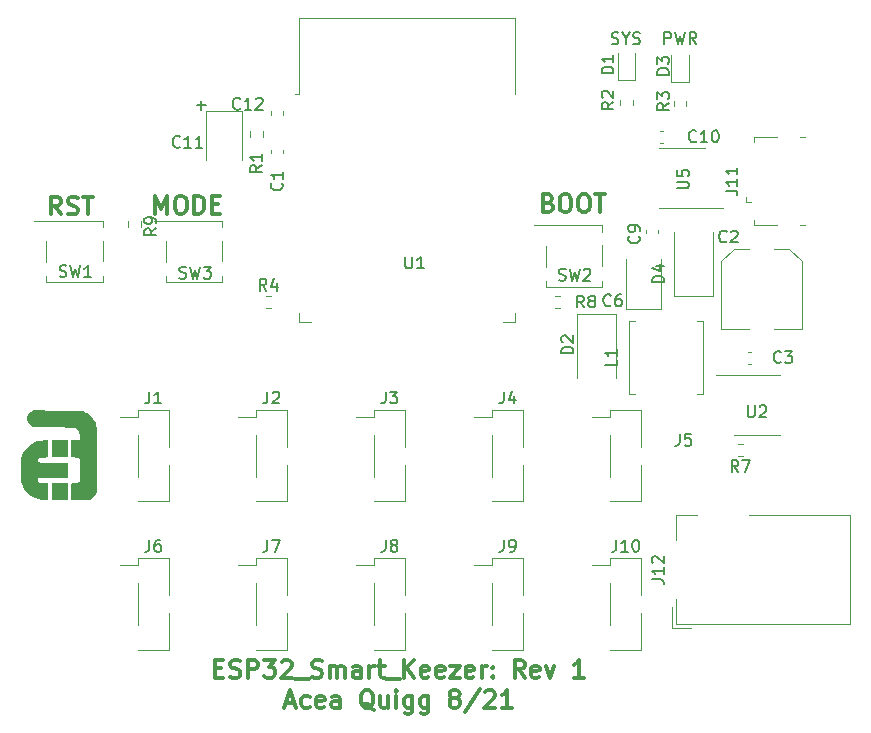
<source format=gbr>
G04 #@! TF.GenerationSoftware,KiCad,Pcbnew,(5.1.10-1-10_14)*
G04 #@! TF.CreationDate,2021-09-22T09:52:58+10:00*
G04 #@! TF.ProjectId,esp32_smart_keezer,65737033-325f-4736-9d61-72745f6b6565,1*
G04 #@! TF.SameCoordinates,Original*
G04 #@! TF.FileFunction,Legend,Top*
G04 #@! TF.FilePolarity,Positive*
%FSLAX46Y46*%
G04 Gerber Fmt 4.6, Leading zero omitted, Abs format (unit mm)*
G04 Created by KiCad (PCBNEW (5.1.10-1-10_14)) date 2021-09-22 09:52:58*
%MOMM*%
%LPD*%
G01*
G04 APERTURE LIST*
%ADD10C,0.200000*%
%ADD11C,0.300000*%
%ADD12C,0.150000*%
%ADD13C,0.010000*%
%ADD14C,0.120000*%
G04 APERTURE END LIST*
D10*
X158959523Y-76754761D02*
X159102380Y-76802380D01*
X159340476Y-76802380D01*
X159435714Y-76754761D01*
X159483333Y-76707142D01*
X159530952Y-76611904D01*
X159530952Y-76516666D01*
X159483333Y-76421428D01*
X159435714Y-76373809D01*
X159340476Y-76326190D01*
X159150000Y-76278571D01*
X159054761Y-76230952D01*
X159007142Y-76183333D01*
X158959523Y-76088095D01*
X158959523Y-75992857D01*
X159007142Y-75897619D01*
X159054761Y-75850000D01*
X159150000Y-75802380D01*
X159388095Y-75802380D01*
X159530952Y-75850000D01*
X160150000Y-76326190D02*
X160150000Y-76802380D01*
X159816666Y-75802380D02*
X160150000Y-76326190D01*
X160483333Y-75802380D01*
X160769047Y-76754761D02*
X160911904Y-76802380D01*
X161150000Y-76802380D01*
X161245238Y-76754761D01*
X161292857Y-76707142D01*
X161340476Y-76611904D01*
X161340476Y-76516666D01*
X161292857Y-76421428D01*
X161245238Y-76373809D01*
X161150000Y-76326190D01*
X160959523Y-76278571D01*
X160864285Y-76230952D01*
X160816666Y-76183333D01*
X160769047Y-76088095D01*
X160769047Y-75992857D01*
X160816666Y-75897619D01*
X160864285Y-75850000D01*
X160959523Y-75802380D01*
X161197619Y-75802380D01*
X161340476Y-75850000D01*
X163416666Y-76802380D02*
X163416666Y-75802380D01*
X163797619Y-75802380D01*
X163892857Y-75850000D01*
X163940476Y-75897619D01*
X163988095Y-75992857D01*
X163988095Y-76135714D01*
X163940476Y-76230952D01*
X163892857Y-76278571D01*
X163797619Y-76326190D01*
X163416666Y-76326190D01*
X164321428Y-75802380D02*
X164559523Y-76802380D01*
X164750000Y-76088095D01*
X164940476Y-76802380D01*
X165178571Y-75802380D01*
X166130952Y-76802380D02*
X165797619Y-76326190D01*
X165559523Y-76802380D02*
X165559523Y-75802380D01*
X165940476Y-75802380D01*
X166035714Y-75850000D01*
X166083333Y-75897619D01*
X166130952Y-75992857D01*
X166130952Y-76135714D01*
X166083333Y-76230952D01*
X166035714Y-76278571D01*
X165940476Y-76326190D01*
X165559523Y-76326190D01*
D11*
X125378571Y-129667857D02*
X125878571Y-129667857D01*
X126092857Y-130453571D02*
X125378571Y-130453571D01*
X125378571Y-128953571D01*
X126092857Y-128953571D01*
X126664285Y-130382142D02*
X126878571Y-130453571D01*
X127235714Y-130453571D01*
X127378571Y-130382142D01*
X127450000Y-130310714D01*
X127521428Y-130167857D01*
X127521428Y-130025000D01*
X127450000Y-129882142D01*
X127378571Y-129810714D01*
X127235714Y-129739285D01*
X126950000Y-129667857D01*
X126807142Y-129596428D01*
X126735714Y-129525000D01*
X126664285Y-129382142D01*
X126664285Y-129239285D01*
X126735714Y-129096428D01*
X126807142Y-129025000D01*
X126950000Y-128953571D01*
X127307142Y-128953571D01*
X127521428Y-129025000D01*
X128164285Y-130453571D02*
X128164285Y-128953571D01*
X128735714Y-128953571D01*
X128878571Y-129025000D01*
X128950000Y-129096428D01*
X129021428Y-129239285D01*
X129021428Y-129453571D01*
X128950000Y-129596428D01*
X128878571Y-129667857D01*
X128735714Y-129739285D01*
X128164285Y-129739285D01*
X129521428Y-128953571D02*
X130450000Y-128953571D01*
X129950000Y-129525000D01*
X130164285Y-129525000D01*
X130307142Y-129596428D01*
X130378571Y-129667857D01*
X130450000Y-129810714D01*
X130450000Y-130167857D01*
X130378571Y-130310714D01*
X130307142Y-130382142D01*
X130164285Y-130453571D01*
X129735714Y-130453571D01*
X129592857Y-130382142D01*
X129521428Y-130310714D01*
X131021428Y-129096428D02*
X131092857Y-129025000D01*
X131235714Y-128953571D01*
X131592857Y-128953571D01*
X131735714Y-129025000D01*
X131807142Y-129096428D01*
X131878571Y-129239285D01*
X131878571Y-129382142D01*
X131807142Y-129596428D01*
X130950000Y-130453571D01*
X131878571Y-130453571D01*
X132164285Y-130596428D02*
X133307142Y-130596428D01*
X133592857Y-130382142D02*
X133807142Y-130453571D01*
X134164285Y-130453571D01*
X134307142Y-130382142D01*
X134378571Y-130310714D01*
X134450000Y-130167857D01*
X134450000Y-130025000D01*
X134378571Y-129882142D01*
X134307142Y-129810714D01*
X134164285Y-129739285D01*
X133878571Y-129667857D01*
X133735714Y-129596428D01*
X133664285Y-129525000D01*
X133592857Y-129382142D01*
X133592857Y-129239285D01*
X133664285Y-129096428D01*
X133735714Y-129025000D01*
X133878571Y-128953571D01*
X134235714Y-128953571D01*
X134450000Y-129025000D01*
X135092857Y-130453571D02*
X135092857Y-129453571D01*
X135092857Y-129596428D02*
X135164285Y-129525000D01*
X135307142Y-129453571D01*
X135521428Y-129453571D01*
X135664285Y-129525000D01*
X135735714Y-129667857D01*
X135735714Y-130453571D01*
X135735714Y-129667857D02*
X135807142Y-129525000D01*
X135950000Y-129453571D01*
X136164285Y-129453571D01*
X136307142Y-129525000D01*
X136378571Y-129667857D01*
X136378571Y-130453571D01*
X137735714Y-130453571D02*
X137735714Y-129667857D01*
X137664285Y-129525000D01*
X137521428Y-129453571D01*
X137235714Y-129453571D01*
X137092857Y-129525000D01*
X137735714Y-130382142D02*
X137592857Y-130453571D01*
X137235714Y-130453571D01*
X137092857Y-130382142D01*
X137021428Y-130239285D01*
X137021428Y-130096428D01*
X137092857Y-129953571D01*
X137235714Y-129882142D01*
X137592857Y-129882142D01*
X137735714Y-129810714D01*
X138450000Y-130453571D02*
X138450000Y-129453571D01*
X138450000Y-129739285D02*
X138521428Y-129596428D01*
X138592857Y-129525000D01*
X138735714Y-129453571D01*
X138878571Y-129453571D01*
X139164285Y-129453571D02*
X139735714Y-129453571D01*
X139378571Y-128953571D02*
X139378571Y-130239285D01*
X139450000Y-130382142D01*
X139592857Y-130453571D01*
X139735714Y-130453571D01*
X139878571Y-130596428D02*
X141021428Y-130596428D01*
X141378571Y-130453571D02*
X141378571Y-128953571D01*
X142235714Y-130453571D02*
X141592857Y-129596428D01*
X142235714Y-128953571D02*
X141378571Y-129810714D01*
X143450000Y-130382142D02*
X143307142Y-130453571D01*
X143021428Y-130453571D01*
X142878571Y-130382142D01*
X142807142Y-130239285D01*
X142807142Y-129667857D01*
X142878571Y-129525000D01*
X143021428Y-129453571D01*
X143307142Y-129453571D01*
X143450000Y-129525000D01*
X143521428Y-129667857D01*
X143521428Y-129810714D01*
X142807142Y-129953571D01*
X144735714Y-130382142D02*
X144592857Y-130453571D01*
X144307142Y-130453571D01*
X144164285Y-130382142D01*
X144092857Y-130239285D01*
X144092857Y-129667857D01*
X144164285Y-129525000D01*
X144307142Y-129453571D01*
X144592857Y-129453571D01*
X144735714Y-129525000D01*
X144807142Y-129667857D01*
X144807142Y-129810714D01*
X144092857Y-129953571D01*
X145307142Y-129453571D02*
X146092857Y-129453571D01*
X145307142Y-130453571D01*
X146092857Y-130453571D01*
X147235714Y-130382142D02*
X147092857Y-130453571D01*
X146807142Y-130453571D01*
X146664285Y-130382142D01*
X146592857Y-130239285D01*
X146592857Y-129667857D01*
X146664285Y-129525000D01*
X146807142Y-129453571D01*
X147092857Y-129453571D01*
X147235714Y-129525000D01*
X147307142Y-129667857D01*
X147307142Y-129810714D01*
X146592857Y-129953571D01*
X147950000Y-130453571D02*
X147950000Y-129453571D01*
X147950000Y-129739285D02*
X148021428Y-129596428D01*
X148092857Y-129525000D01*
X148235714Y-129453571D01*
X148378571Y-129453571D01*
X148878571Y-130310714D02*
X148950000Y-130382142D01*
X148878571Y-130453571D01*
X148807142Y-130382142D01*
X148878571Y-130310714D01*
X148878571Y-130453571D01*
X148878571Y-129525000D02*
X148950000Y-129596428D01*
X148878571Y-129667857D01*
X148807142Y-129596428D01*
X148878571Y-129525000D01*
X148878571Y-129667857D01*
X151592857Y-130453571D02*
X151092857Y-129739285D01*
X150735714Y-130453571D02*
X150735714Y-128953571D01*
X151307142Y-128953571D01*
X151450000Y-129025000D01*
X151521428Y-129096428D01*
X151592857Y-129239285D01*
X151592857Y-129453571D01*
X151521428Y-129596428D01*
X151450000Y-129667857D01*
X151307142Y-129739285D01*
X150735714Y-129739285D01*
X152807142Y-130382142D02*
X152664285Y-130453571D01*
X152378571Y-130453571D01*
X152235714Y-130382142D01*
X152164285Y-130239285D01*
X152164285Y-129667857D01*
X152235714Y-129525000D01*
X152378571Y-129453571D01*
X152664285Y-129453571D01*
X152807142Y-129525000D01*
X152878571Y-129667857D01*
X152878571Y-129810714D01*
X152164285Y-129953571D01*
X153378571Y-129453571D02*
X153735714Y-130453571D01*
X154092857Y-129453571D01*
X156592857Y-130453571D02*
X155735714Y-130453571D01*
X156164285Y-130453571D02*
X156164285Y-128953571D01*
X156021428Y-129167857D01*
X155878571Y-129310714D01*
X155735714Y-129382142D01*
X131378571Y-132575000D02*
X132092857Y-132575000D01*
X131235714Y-133003571D02*
X131735714Y-131503571D01*
X132235714Y-133003571D01*
X133378571Y-132932142D02*
X133235714Y-133003571D01*
X132950000Y-133003571D01*
X132807142Y-132932142D01*
X132735714Y-132860714D01*
X132664285Y-132717857D01*
X132664285Y-132289285D01*
X132735714Y-132146428D01*
X132807142Y-132075000D01*
X132950000Y-132003571D01*
X133235714Y-132003571D01*
X133378571Y-132075000D01*
X134592857Y-132932142D02*
X134450000Y-133003571D01*
X134164285Y-133003571D01*
X134021428Y-132932142D01*
X133950000Y-132789285D01*
X133950000Y-132217857D01*
X134021428Y-132075000D01*
X134164285Y-132003571D01*
X134450000Y-132003571D01*
X134592857Y-132075000D01*
X134664285Y-132217857D01*
X134664285Y-132360714D01*
X133950000Y-132503571D01*
X135950000Y-133003571D02*
X135950000Y-132217857D01*
X135878571Y-132075000D01*
X135735714Y-132003571D01*
X135450000Y-132003571D01*
X135307142Y-132075000D01*
X135950000Y-132932142D02*
X135807142Y-133003571D01*
X135450000Y-133003571D01*
X135307142Y-132932142D01*
X135235714Y-132789285D01*
X135235714Y-132646428D01*
X135307142Y-132503571D01*
X135450000Y-132432142D01*
X135807142Y-132432142D01*
X135950000Y-132360714D01*
X138807142Y-133146428D02*
X138664285Y-133075000D01*
X138521428Y-132932142D01*
X138307142Y-132717857D01*
X138164285Y-132646428D01*
X138021428Y-132646428D01*
X138092857Y-133003571D02*
X137950000Y-132932142D01*
X137807142Y-132789285D01*
X137735714Y-132503571D01*
X137735714Y-132003571D01*
X137807142Y-131717857D01*
X137950000Y-131575000D01*
X138092857Y-131503571D01*
X138378571Y-131503571D01*
X138521428Y-131575000D01*
X138664285Y-131717857D01*
X138735714Y-132003571D01*
X138735714Y-132503571D01*
X138664285Y-132789285D01*
X138521428Y-132932142D01*
X138378571Y-133003571D01*
X138092857Y-133003571D01*
X140021428Y-132003571D02*
X140021428Y-133003571D01*
X139378571Y-132003571D02*
X139378571Y-132789285D01*
X139450000Y-132932142D01*
X139592857Y-133003571D01*
X139807142Y-133003571D01*
X139950000Y-132932142D01*
X140021428Y-132860714D01*
X140735714Y-133003571D02*
X140735714Y-132003571D01*
X140735714Y-131503571D02*
X140664285Y-131575000D01*
X140735714Y-131646428D01*
X140807142Y-131575000D01*
X140735714Y-131503571D01*
X140735714Y-131646428D01*
X142092857Y-132003571D02*
X142092857Y-133217857D01*
X142021428Y-133360714D01*
X141950000Y-133432142D01*
X141807142Y-133503571D01*
X141592857Y-133503571D01*
X141450000Y-133432142D01*
X142092857Y-132932142D02*
X141950000Y-133003571D01*
X141664285Y-133003571D01*
X141521428Y-132932142D01*
X141450000Y-132860714D01*
X141378571Y-132717857D01*
X141378571Y-132289285D01*
X141450000Y-132146428D01*
X141521428Y-132075000D01*
X141664285Y-132003571D01*
X141950000Y-132003571D01*
X142092857Y-132075000D01*
X143450000Y-132003571D02*
X143450000Y-133217857D01*
X143378571Y-133360714D01*
X143307142Y-133432142D01*
X143164285Y-133503571D01*
X142950000Y-133503571D01*
X142807142Y-133432142D01*
X143450000Y-132932142D02*
X143307142Y-133003571D01*
X143021428Y-133003571D01*
X142878571Y-132932142D01*
X142807142Y-132860714D01*
X142735714Y-132717857D01*
X142735714Y-132289285D01*
X142807142Y-132146428D01*
X142878571Y-132075000D01*
X143021428Y-132003571D01*
X143307142Y-132003571D01*
X143450000Y-132075000D01*
X145521428Y-132146428D02*
X145378571Y-132075000D01*
X145307142Y-132003571D01*
X145235714Y-131860714D01*
X145235714Y-131789285D01*
X145307142Y-131646428D01*
X145378571Y-131575000D01*
X145521428Y-131503571D01*
X145807142Y-131503571D01*
X145950000Y-131575000D01*
X146021428Y-131646428D01*
X146092857Y-131789285D01*
X146092857Y-131860714D01*
X146021428Y-132003571D01*
X145950000Y-132075000D01*
X145807142Y-132146428D01*
X145521428Y-132146428D01*
X145378571Y-132217857D01*
X145307142Y-132289285D01*
X145235714Y-132432142D01*
X145235714Y-132717857D01*
X145307142Y-132860714D01*
X145378571Y-132932142D01*
X145521428Y-133003571D01*
X145807142Y-133003571D01*
X145950000Y-132932142D01*
X146021428Y-132860714D01*
X146092857Y-132717857D01*
X146092857Y-132432142D01*
X146021428Y-132289285D01*
X145950000Y-132217857D01*
X145807142Y-132146428D01*
X147807142Y-131432142D02*
X146521428Y-133360714D01*
X148235714Y-131646428D02*
X148307142Y-131575000D01*
X148450000Y-131503571D01*
X148807142Y-131503571D01*
X148950000Y-131575000D01*
X149021428Y-131646428D01*
X149092857Y-131789285D01*
X149092857Y-131932142D01*
X149021428Y-132146428D01*
X148164285Y-133003571D01*
X149092857Y-133003571D01*
X150521428Y-133003571D02*
X149664285Y-133003571D01*
X150092857Y-133003571D02*
X150092857Y-131503571D01*
X149950000Y-131717857D01*
X149807142Y-131860714D01*
X149664285Y-131932142D01*
X120335714Y-91153571D02*
X120335714Y-89653571D01*
X120835714Y-90725000D01*
X121335714Y-89653571D01*
X121335714Y-91153571D01*
X122335714Y-89653571D02*
X122621428Y-89653571D01*
X122764285Y-89725000D01*
X122907142Y-89867857D01*
X122978571Y-90153571D01*
X122978571Y-90653571D01*
X122907142Y-90939285D01*
X122764285Y-91082142D01*
X122621428Y-91153571D01*
X122335714Y-91153571D01*
X122192857Y-91082142D01*
X122050000Y-90939285D01*
X121978571Y-90653571D01*
X121978571Y-90153571D01*
X122050000Y-89867857D01*
X122192857Y-89725000D01*
X122335714Y-89653571D01*
X123621428Y-91153571D02*
X123621428Y-89653571D01*
X123978571Y-89653571D01*
X124192857Y-89725000D01*
X124335714Y-89867857D01*
X124407142Y-90010714D01*
X124478571Y-90296428D01*
X124478571Y-90510714D01*
X124407142Y-90796428D01*
X124335714Y-90939285D01*
X124192857Y-91082142D01*
X123978571Y-91153571D01*
X123621428Y-91153571D01*
X125121428Y-90367857D02*
X125621428Y-90367857D01*
X125835714Y-91153571D02*
X125121428Y-91153571D01*
X125121428Y-89653571D01*
X125835714Y-89653571D01*
X153614285Y-90242857D02*
X153828571Y-90314285D01*
X153900000Y-90385714D01*
X153971428Y-90528571D01*
X153971428Y-90742857D01*
X153900000Y-90885714D01*
X153828571Y-90957142D01*
X153685714Y-91028571D01*
X153114285Y-91028571D01*
X153114285Y-89528571D01*
X153614285Y-89528571D01*
X153757142Y-89600000D01*
X153828571Y-89671428D01*
X153900000Y-89814285D01*
X153900000Y-89957142D01*
X153828571Y-90100000D01*
X153757142Y-90171428D01*
X153614285Y-90242857D01*
X153114285Y-90242857D01*
X154900000Y-89528571D02*
X155185714Y-89528571D01*
X155328571Y-89600000D01*
X155471428Y-89742857D01*
X155542857Y-90028571D01*
X155542857Y-90528571D01*
X155471428Y-90814285D01*
X155328571Y-90957142D01*
X155185714Y-91028571D01*
X154900000Y-91028571D01*
X154757142Y-90957142D01*
X154614285Y-90814285D01*
X154542857Y-90528571D01*
X154542857Y-90028571D01*
X154614285Y-89742857D01*
X154757142Y-89600000D01*
X154900000Y-89528571D01*
X156471428Y-89528571D02*
X156757142Y-89528571D01*
X156900000Y-89600000D01*
X157042857Y-89742857D01*
X157114285Y-90028571D01*
X157114285Y-90528571D01*
X157042857Y-90814285D01*
X156900000Y-90957142D01*
X156757142Y-91028571D01*
X156471428Y-91028571D01*
X156328571Y-90957142D01*
X156185714Y-90814285D01*
X156114285Y-90528571D01*
X156114285Y-90028571D01*
X156185714Y-89742857D01*
X156328571Y-89600000D01*
X156471428Y-89528571D01*
X157542857Y-89528571D02*
X158400000Y-89528571D01*
X157971428Y-91028571D02*
X157971428Y-89528571D01*
X112328571Y-91228571D02*
X111828571Y-90514285D01*
X111471428Y-91228571D02*
X111471428Y-89728571D01*
X112042857Y-89728571D01*
X112185714Y-89800000D01*
X112257142Y-89871428D01*
X112328571Y-90014285D01*
X112328571Y-90228571D01*
X112257142Y-90371428D01*
X112185714Y-90442857D01*
X112042857Y-90514285D01*
X111471428Y-90514285D01*
X112900000Y-91157142D02*
X113114285Y-91228571D01*
X113471428Y-91228571D01*
X113614285Y-91157142D01*
X113685714Y-91085714D01*
X113757142Y-90942857D01*
X113757142Y-90800000D01*
X113685714Y-90657142D01*
X113614285Y-90585714D01*
X113471428Y-90514285D01*
X113185714Y-90442857D01*
X113042857Y-90371428D01*
X112971428Y-90300000D01*
X112900000Y-90157142D01*
X112900000Y-90014285D01*
X112971428Y-89871428D01*
X113042857Y-89800000D01*
X113185714Y-89728571D01*
X113542857Y-89728571D01*
X113757142Y-89800000D01*
X114185714Y-89728571D02*
X115042857Y-89728571D01*
X114614285Y-91228571D02*
X114614285Y-89728571D01*
D12*
X123819047Y-81971428D02*
X124580952Y-81971428D01*
X124200000Y-82352380D02*
X124200000Y-81590476D01*
D13*
G36*
X111191666Y-111694797D02*
G01*
X111048791Y-111707134D01*
X110875992Y-111722415D01*
X110740336Y-111735393D01*
X110636740Y-111746787D01*
X110560121Y-111757317D01*
X110505397Y-111767702D01*
X110467484Y-111778662D01*
X110441301Y-111790914D01*
X110436801Y-111793730D01*
X110383344Y-111849791D01*
X110338728Y-111936783D01*
X110307833Y-112043488D01*
X110297847Y-112113051D01*
X110288320Y-112221019D01*
X110605775Y-112234759D01*
X110695858Y-112237703D01*
X110821933Y-112240431D01*
X110977659Y-112242874D01*
X111156696Y-112244963D01*
X111352702Y-112246631D01*
X111559337Y-112247807D01*
X111770260Y-112248423D01*
X111872365Y-112248500D01*
X112821500Y-112248500D01*
X112821500Y-113455000D01*
X110284161Y-113455000D01*
X110292766Y-113523792D01*
X110300872Y-113588688D01*
X110310745Y-113667838D01*
X110313884Y-113693024D01*
X110345436Y-113801582D01*
X110408400Y-113883173D01*
X110500500Y-113934969D01*
X110511618Y-113938519D01*
X110567761Y-113949964D01*
X110653353Y-113961077D01*
X110755526Y-113970396D01*
X110835664Y-113975345D01*
X110936742Y-113980839D01*
X111025991Y-113986844D01*
X111092620Y-113992566D01*
X111122875Y-113996503D01*
X111170500Y-114006140D01*
X111170500Y-115360000D01*
X111027625Y-115357823D01*
X110942083Y-115353793D01*
X110832703Y-115344823D01*
X110717475Y-115332502D01*
X110664747Y-115325780D01*
X110376245Y-115268665D01*
X110112377Y-115178125D01*
X109869660Y-115052382D01*
X109644611Y-114889659D01*
X109450406Y-114706008D01*
X109300344Y-114533452D01*
X109181435Y-114363883D01*
X109090261Y-114189060D01*
X109023399Y-114000745D01*
X108977431Y-113790698D01*
X108948935Y-113550681D01*
X108944253Y-113486750D01*
X108938435Y-113367992D01*
X108934506Y-113222871D01*
X108932364Y-113058058D01*
X108931906Y-112880226D01*
X108933030Y-112696048D01*
X108935634Y-112512197D01*
X108939614Y-112335343D01*
X108944869Y-112172162D01*
X108951297Y-112029323D01*
X108958794Y-111913501D01*
X108967259Y-111831368D01*
X108969919Y-111814583D01*
X109003569Y-111691199D01*
X109060813Y-111549278D01*
X109135633Y-111400531D01*
X109222005Y-111256669D01*
X109313910Y-111129404D01*
X109335732Y-111103086D01*
X109513580Y-110913133D01*
X109697921Y-110754194D01*
X109893919Y-110623888D01*
X110106736Y-110519830D01*
X110341536Y-110439637D01*
X110603482Y-110380923D01*
X110897737Y-110341307D01*
X111006458Y-110331733D01*
X111191666Y-110317326D01*
X111191666Y-111694797D01*
G37*
X111191666Y-111694797D02*
X111048791Y-111707134D01*
X110875992Y-111722415D01*
X110740336Y-111735393D01*
X110636740Y-111746787D01*
X110560121Y-111757317D01*
X110505397Y-111767702D01*
X110467484Y-111778662D01*
X110441301Y-111790914D01*
X110436801Y-111793730D01*
X110383344Y-111849791D01*
X110338728Y-111936783D01*
X110307833Y-112043488D01*
X110297847Y-112113051D01*
X110288320Y-112221019D01*
X110605775Y-112234759D01*
X110695858Y-112237703D01*
X110821933Y-112240431D01*
X110977659Y-112242874D01*
X111156696Y-112244963D01*
X111352702Y-112246631D01*
X111559337Y-112247807D01*
X111770260Y-112248423D01*
X111872365Y-112248500D01*
X112821500Y-112248500D01*
X112821500Y-113455000D01*
X110284161Y-113455000D01*
X110292766Y-113523792D01*
X110300872Y-113588688D01*
X110310745Y-113667838D01*
X110313884Y-113693024D01*
X110345436Y-113801582D01*
X110408400Y-113883173D01*
X110500500Y-113934969D01*
X110511618Y-113938519D01*
X110567761Y-113949964D01*
X110653353Y-113961077D01*
X110755526Y-113970396D01*
X110835664Y-113975345D01*
X110936742Y-113980839D01*
X111025991Y-113986844D01*
X111092620Y-113992566D01*
X111122875Y-113996503D01*
X111170500Y-114006140D01*
X111170500Y-115360000D01*
X111027625Y-115357823D01*
X110942083Y-115353793D01*
X110832703Y-115344823D01*
X110717475Y-115332502D01*
X110664747Y-115325780D01*
X110376245Y-115268665D01*
X110112377Y-115178125D01*
X109869660Y-115052382D01*
X109644611Y-114889659D01*
X109450406Y-114706008D01*
X109300344Y-114533452D01*
X109181435Y-114363883D01*
X109090261Y-114189060D01*
X109023399Y-114000745D01*
X108977431Y-113790698D01*
X108948935Y-113550681D01*
X108944253Y-113486750D01*
X108938435Y-113367992D01*
X108934506Y-113222871D01*
X108932364Y-113058058D01*
X108931906Y-112880226D01*
X108933030Y-112696048D01*
X108935634Y-112512197D01*
X108939614Y-112335343D01*
X108944869Y-112172162D01*
X108951297Y-112029323D01*
X108958794Y-111913501D01*
X108967259Y-111831368D01*
X108969919Y-111814583D01*
X109003569Y-111691199D01*
X109060813Y-111549278D01*
X109135633Y-111400531D01*
X109222005Y-111256669D01*
X109313910Y-111129404D01*
X109335732Y-111103086D01*
X109513580Y-110913133D01*
X109697921Y-110754194D01*
X109893919Y-110623888D01*
X110106736Y-110519830D01*
X110341536Y-110439637D01*
X110603482Y-110380923D01*
X110897737Y-110341307D01*
X111006458Y-110331733D01*
X111191666Y-110317326D01*
X111191666Y-111694797D01*
G36*
X112810916Y-115349417D02*
G01*
X112206221Y-115355026D01*
X112050272Y-115355982D01*
X111908236Y-115355913D01*
X111785583Y-115354896D01*
X111687784Y-115353010D01*
X111620310Y-115350332D01*
X111588632Y-115346941D01*
X111587096Y-115346207D01*
X111583574Y-115322261D01*
X111580364Y-115261150D01*
X111577573Y-115168039D01*
X111575309Y-115048096D01*
X111573680Y-114906488D01*
X111572796Y-114748382D01*
X111572666Y-114657972D01*
X111572666Y-113984167D01*
X112822086Y-113984167D01*
X112810916Y-115349417D01*
G37*
X112810916Y-115349417D02*
X112206221Y-115355026D01*
X112050272Y-115355982D01*
X111908236Y-115355913D01*
X111785583Y-115354896D01*
X111687784Y-115353010D01*
X111620310Y-115350332D01*
X111588632Y-115346941D01*
X111587096Y-115346207D01*
X111583574Y-115322261D01*
X111580364Y-115261150D01*
X111577573Y-115168039D01*
X111575309Y-115048096D01*
X111573680Y-114906488D01*
X111572796Y-114748382D01*
X111572666Y-114657972D01*
X111572666Y-113984167D01*
X112822086Y-113984167D01*
X112810916Y-115349417D01*
G36*
X111950863Y-107830888D02*
G01*
X112331303Y-107832934D01*
X112670397Y-107835210D01*
X112969130Y-107837733D01*
X113228490Y-107840519D01*
X113449463Y-107843583D01*
X113633035Y-107846941D01*
X113780193Y-107850611D01*
X113891923Y-107854607D01*
X113969212Y-107858946D01*
X114013045Y-107863644D01*
X114017416Y-107864519D01*
X114119383Y-107896006D01*
X114242066Y-107946495D01*
X114372179Y-108009775D01*
X114496434Y-108079631D01*
X114549673Y-108113395D01*
X114704710Y-108233974D01*
X114855827Y-108383918D01*
X114993401Y-108551775D01*
X115107808Y-108726093D01*
X115173101Y-108855289D01*
X115188315Y-108890378D01*
X115202022Y-108923154D01*
X115214315Y-108955903D01*
X115225286Y-108990912D01*
X115235028Y-109030466D01*
X115243632Y-109076854D01*
X115251192Y-109132361D01*
X115257799Y-109199274D01*
X115263545Y-109279879D01*
X115268525Y-109376464D01*
X115272828Y-109491313D01*
X115276549Y-109626715D01*
X115279778Y-109784955D01*
X115282610Y-109968320D01*
X115285135Y-110179096D01*
X115287447Y-110419571D01*
X115289637Y-110692030D01*
X115291799Y-110998760D01*
X115294024Y-111342048D01*
X115296404Y-111724180D01*
X115297749Y-111941343D01*
X115314559Y-114650437D01*
X115231732Y-114815170D01*
X115152993Y-114954699D01*
X115068253Y-115065091D01*
X114965852Y-115159165D01*
X114839309Y-115246519D01*
X114682008Y-115344560D01*
X113958129Y-115354850D01*
X113787023Y-115356805D01*
X113629424Y-115357688D01*
X113490317Y-115357543D01*
X113374691Y-115356413D01*
X113287532Y-115354340D01*
X113233828Y-115351368D01*
X113218375Y-115348459D01*
X113214464Y-115323916D01*
X113210903Y-115262282D01*
X113207815Y-115168799D01*
X113205322Y-115048706D01*
X113203548Y-114907247D01*
X113202613Y-114749662D01*
X113202500Y-114670416D01*
X113202500Y-114009054D01*
X113281875Y-113997690D01*
X113348549Y-113989156D01*
X113434001Y-113979517D01*
X113488250Y-113973961D01*
X113627154Y-113956534D01*
X113731180Y-113933648D01*
X113807665Y-113903014D01*
X113863945Y-113862344D01*
X113872026Y-113854273D01*
X113932750Y-113790894D01*
X113932750Y-112851922D01*
X113932695Y-112627971D01*
X113932417Y-112442449D01*
X113931745Y-112291454D01*
X113930508Y-112171081D01*
X113928536Y-112077427D01*
X113925658Y-112006589D01*
X113921703Y-111954662D01*
X113916500Y-111917743D01*
X113909879Y-111891929D01*
X113901669Y-111873315D01*
X113891699Y-111857999D01*
X113889128Y-111854517D01*
X113850247Y-111815142D01*
X113795115Y-111783706D01*
X113717434Y-111758219D01*
X113610909Y-111736690D01*
X113469242Y-111717129D01*
X113445916Y-111714396D01*
X113213083Y-111687583D01*
X113207494Y-111015542D01*
X113201905Y-110343500D01*
X113970863Y-110343500D01*
X113957328Y-110136965D01*
X113941538Y-109953942D01*
X113920115Y-109807854D01*
X113892031Y-109693553D01*
X113856255Y-109605892D01*
X113848232Y-109591355D01*
X113783095Y-109502133D01*
X113691535Y-109407221D01*
X113585798Y-109318149D01*
X113487940Y-109252103D01*
X113382416Y-109190249D01*
X111900750Y-109175959D01*
X111568086Y-109172675D01*
X111275051Y-109169568D01*
X111018940Y-109166532D01*
X110797049Y-109163460D01*
X110606673Y-109160246D01*
X110445108Y-109156783D01*
X110309651Y-109152964D01*
X110197596Y-109148684D01*
X110106240Y-109143835D01*
X110032879Y-109138312D01*
X109974808Y-109132007D01*
X109929322Y-109124814D01*
X109893719Y-109116627D01*
X109865293Y-109107338D01*
X109841340Y-109096843D01*
X109837011Y-109094672D01*
X109717470Y-109012125D01*
X109612621Y-108897232D01*
X109547471Y-108792334D01*
X109517715Y-108727256D01*
X109500183Y-108665348D01*
X109491720Y-108590871D01*
X109489265Y-108502000D01*
X109490459Y-108405069D01*
X109498044Y-108334198D01*
X109515105Y-108273242D01*
X109544733Y-108206058D01*
X109546588Y-108202268D01*
X109638595Y-108062411D01*
X109765446Y-107946590D01*
X109881061Y-107876707D01*
X109990143Y-107821432D01*
X111950863Y-107830888D01*
G37*
X111950863Y-107830888D02*
X112331303Y-107832934D01*
X112670397Y-107835210D01*
X112969130Y-107837733D01*
X113228490Y-107840519D01*
X113449463Y-107843583D01*
X113633035Y-107846941D01*
X113780193Y-107850611D01*
X113891923Y-107854607D01*
X113969212Y-107858946D01*
X114013045Y-107863644D01*
X114017416Y-107864519D01*
X114119383Y-107896006D01*
X114242066Y-107946495D01*
X114372179Y-108009775D01*
X114496434Y-108079631D01*
X114549673Y-108113395D01*
X114704710Y-108233974D01*
X114855827Y-108383918D01*
X114993401Y-108551775D01*
X115107808Y-108726093D01*
X115173101Y-108855289D01*
X115188315Y-108890378D01*
X115202022Y-108923154D01*
X115214315Y-108955903D01*
X115225286Y-108990912D01*
X115235028Y-109030466D01*
X115243632Y-109076854D01*
X115251192Y-109132361D01*
X115257799Y-109199274D01*
X115263545Y-109279879D01*
X115268525Y-109376464D01*
X115272828Y-109491313D01*
X115276549Y-109626715D01*
X115279778Y-109784955D01*
X115282610Y-109968320D01*
X115285135Y-110179096D01*
X115287447Y-110419571D01*
X115289637Y-110692030D01*
X115291799Y-110998760D01*
X115294024Y-111342048D01*
X115296404Y-111724180D01*
X115297749Y-111941343D01*
X115314559Y-114650437D01*
X115231732Y-114815170D01*
X115152993Y-114954699D01*
X115068253Y-115065091D01*
X114965852Y-115159165D01*
X114839309Y-115246519D01*
X114682008Y-115344560D01*
X113958129Y-115354850D01*
X113787023Y-115356805D01*
X113629424Y-115357688D01*
X113490317Y-115357543D01*
X113374691Y-115356413D01*
X113287532Y-115354340D01*
X113233828Y-115351368D01*
X113218375Y-115348459D01*
X113214464Y-115323916D01*
X113210903Y-115262282D01*
X113207815Y-115168799D01*
X113205322Y-115048706D01*
X113203548Y-114907247D01*
X113202613Y-114749662D01*
X113202500Y-114670416D01*
X113202500Y-114009054D01*
X113281875Y-113997690D01*
X113348549Y-113989156D01*
X113434001Y-113979517D01*
X113488250Y-113973961D01*
X113627154Y-113956534D01*
X113731180Y-113933648D01*
X113807665Y-113903014D01*
X113863945Y-113862344D01*
X113872026Y-113854273D01*
X113932750Y-113790894D01*
X113932750Y-112851922D01*
X113932695Y-112627971D01*
X113932417Y-112442449D01*
X113931745Y-112291454D01*
X113930508Y-112171081D01*
X113928536Y-112077427D01*
X113925658Y-112006589D01*
X113921703Y-111954662D01*
X113916500Y-111917743D01*
X113909879Y-111891929D01*
X113901669Y-111873315D01*
X113891699Y-111857999D01*
X113889128Y-111854517D01*
X113850247Y-111815142D01*
X113795115Y-111783706D01*
X113717434Y-111758219D01*
X113610909Y-111736690D01*
X113469242Y-111717129D01*
X113445916Y-111714396D01*
X113213083Y-111687583D01*
X113207494Y-111015542D01*
X113201905Y-110343500D01*
X113970863Y-110343500D01*
X113957328Y-110136965D01*
X113941538Y-109953942D01*
X113920115Y-109807854D01*
X113892031Y-109693553D01*
X113856255Y-109605892D01*
X113848232Y-109591355D01*
X113783095Y-109502133D01*
X113691535Y-109407221D01*
X113585798Y-109318149D01*
X113487940Y-109252103D01*
X113382416Y-109190249D01*
X111900750Y-109175959D01*
X111568086Y-109172675D01*
X111275051Y-109169568D01*
X111018940Y-109166532D01*
X110797049Y-109163460D01*
X110606673Y-109160246D01*
X110445108Y-109156783D01*
X110309651Y-109152964D01*
X110197596Y-109148684D01*
X110106240Y-109143835D01*
X110032879Y-109138312D01*
X109974808Y-109132007D01*
X109929322Y-109124814D01*
X109893719Y-109116627D01*
X109865293Y-109107338D01*
X109841340Y-109096843D01*
X109837011Y-109094672D01*
X109717470Y-109012125D01*
X109612621Y-108897232D01*
X109547471Y-108792334D01*
X109517715Y-108727256D01*
X109500183Y-108665348D01*
X109491720Y-108590871D01*
X109489265Y-108502000D01*
X109490459Y-108405069D01*
X109498044Y-108334198D01*
X109515105Y-108273242D01*
X109544733Y-108206058D01*
X109546588Y-108202268D01*
X109638595Y-108062411D01*
X109765446Y-107946590D01*
X109881061Y-107876707D01*
X109990143Y-107821432D01*
X111950863Y-107830888D01*
G36*
X112821500Y-111698167D02*
G01*
X111572666Y-111698167D01*
X111572666Y-110343500D01*
X112821500Y-110343500D01*
X112821500Y-111698167D01*
G37*
X112821500Y-111698167D02*
X111572666Y-111698167D01*
X111572666Y-110343500D01*
X112821500Y-110343500D01*
X112821500Y-111698167D01*
D14*
X172970000Y-84640000D02*
X170990000Y-84640000D01*
X170990000Y-84640000D02*
X170990000Y-85060000D01*
X174940000Y-84640000D02*
X175340000Y-84640000D01*
X175340000Y-92160000D02*
X174940000Y-92160000D01*
X172970000Y-92160000D02*
X170990000Y-92160000D01*
X170990000Y-92160000D02*
X170990000Y-91740000D01*
X170310000Y-89710000D02*
X170310000Y-90160000D01*
X170760000Y-90160000D02*
X170310000Y-90160000D01*
X131160000Y-85759420D02*
X131160000Y-86040580D01*
X130140000Y-85759420D02*
X130140000Y-86040580D01*
X161890000Y-92509420D02*
X161890000Y-92790580D01*
X162910000Y-92509420D02*
X162910000Y-92790580D01*
X163009420Y-84140000D02*
X163290580Y-84140000D01*
X163009420Y-85160000D02*
X163290580Y-85160000D01*
X124640000Y-82440000D02*
X124640000Y-86650000D01*
X127660000Y-82440000D02*
X124640000Y-82440000D01*
X127660000Y-86650000D02*
X127660000Y-82440000D01*
X131160000Y-82790580D02*
X131160000Y-82509420D01*
X130140000Y-82790580D02*
X130140000Y-82509420D01*
X160935000Y-79885000D02*
X160935000Y-77600000D01*
X159465000Y-79885000D02*
X160935000Y-79885000D01*
X159465000Y-77600000D02*
X159465000Y-79885000D01*
X165485000Y-79985000D02*
X165485000Y-77700000D01*
X164015000Y-79985000D02*
X165485000Y-79985000D01*
X164015000Y-77700000D02*
X164015000Y-79985000D01*
X129422500Y-84162742D02*
X129422500Y-84637258D01*
X128377500Y-84162742D02*
X128377500Y-84637258D01*
X160722500Y-81512742D02*
X160722500Y-81987258D01*
X159677500Y-81512742D02*
X159677500Y-81987258D01*
X164227500Y-81612742D02*
X164227500Y-82087258D01*
X165272500Y-81612742D02*
X165272500Y-82087258D01*
X129662742Y-98127500D02*
X130137258Y-98127500D01*
X129662742Y-99172500D02*
X130137258Y-99172500D01*
X154612258Y-98127500D02*
X154137742Y-98127500D01*
X154612258Y-99172500D02*
X154137742Y-99172500D01*
X132505000Y-81030000D02*
X132125000Y-81030000D01*
X132505000Y-74610000D02*
X132505000Y-81030000D01*
X150745000Y-74610000D02*
X150745000Y-81030000D01*
X132505000Y-74610000D02*
X150745000Y-74610000D01*
X150745000Y-100355000D02*
X149745000Y-100355000D01*
X150745000Y-99575000D02*
X150745000Y-100355000D01*
X132505000Y-100355000D02*
X133505000Y-100355000D01*
X132505000Y-99575000D02*
X132505000Y-100355000D01*
X119072500Y-92287258D02*
X119072500Y-91812742D01*
X118027500Y-92287258D02*
X118027500Y-91812742D01*
X111100000Y-96450000D02*
X111100000Y-96950000D01*
X111100000Y-96950000D02*
X115850000Y-96950000D01*
X115850000Y-96950000D02*
X115850000Y-96450000D01*
X111100000Y-95250000D02*
X111100000Y-93500000D01*
X115850000Y-93450000D02*
X115850000Y-95200000D01*
X110050000Y-91750000D02*
X115850000Y-91750000D01*
X115850000Y-91750000D02*
X115850000Y-92300000D01*
X158150000Y-92150000D02*
X158150000Y-92700000D01*
X152350000Y-92150000D02*
X158150000Y-92150000D01*
X158150000Y-93850000D02*
X158150000Y-95600000D01*
X153400000Y-95650000D02*
X153400000Y-93900000D01*
X158150000Y-97350000D02*
X158150000Y-96850000D01*
X153400000Y-97350000D02*
X158150000Y-97350000D01*
X153400000Y-96850000D02*
X153400000Y-97350000D01*
X121250000Y-96450000D02*
X121250000Y-96950000D01*
X121250000Y-96950000D02*
X126000000Y-96950000D01*
X126000000Y-96950000D02*
X126000000Y-96450000D01*
X121250000Y-95250000D02*
X121250000Y-93500000D01*
X126000000Y-93450000D02*
X126000000Y-95200000D01*
X120200000Y-91750000D02*
X126000000Y-91750000D01*
X126000000Y-91750000D02*
X126000000Y-92300000D01*
X164900000Y-90710000D02*
X168350000Y-90710000D01*
X164900000Y-90710000D02*
X162950000Y-90710000D01*
X164900000Y-85590000D02*
X166850000Y-85590000D01*
X164900000Y-85590000D02*
X162950000Y-85590000D01*
X118820000Y-109870000D02*
X118820000Y-113430000D01*
X121480000Y-112410000D02*
X121480000Y-115520000D01*
X121480000Y-114950000D02*
X121480000Y-115520000D01*
X118820000Y-107780000D02*
X118820000Y-108350000D01*
X118820000Y-108350000D02*
X117300000Y-108350000D01*
X121480000Y-107780000D02*
X121480000Y-110890000D01*
X118820000Y-115520000D02*
X121480000Y-115520000D01*
X118820000Y-107780000D02*
X121480000Y-107780000D01*
X128820000Y-107780000D02*
X131480000Y-107780000D01*
X128820000Y-115520000D02*
X131480000Y-115520000D01*
X131480000Y-107780000D02*
X131480000Y-110890000D01*
X128820000Y-108350000D02*
X127300000Y-108350000D01*
X128820000Y-107780000D02*
X128820000Y-108350000D01*
X131480000Y-114950000D02*
X131480000Y-115520000D01*
X131480000Y-112410000D02*
X131480000Y-115520000D01*
X128820000Y-109870000D02*
X128820000Y-113430000D01*
X138820000Y-109870000D02*
X138820000Y-113430000D01*
X141480000Y-112410000D02*
X141480000Y-115520000D01*
X141480000Y-114950000D02*
X141480000Y-115520000D01*
X138820000Y-107780000D02*
X138820000Y-108350000D01*
X138820000Y-108350000D02*
X137300000Y-108350000D01*
X141480000Y-107780000D02*
X141480000Y-110890000D01*
X138820000Y-115520000D02*
X141480000Y-115520000D01*
X138820000Y-107780000D02*
X141480000Y-107780000D01*
X148820000Y-107780000D02*
X151480000Y-107780000D01*
X148820000Y-115520000D02*
X151480000Y-115520000D01*
X151480000Y-107780000D02*
X151480000Y-110890000D01*
X148820000Y-108350000D02*
X147300000Y-108350000D01*
X148820000Y-107780000D02*
X148820000Y-108350000D01*
X151480000Y-114950000D02*
X151480000Y-115520000D01*
X151480000Y-112410000D02*
X151480000Y-115520000D01*
X148820000Y-109870000D02*
X148820000Y-113430000D01*
X158820000Y-109870000D02*
X158820000Y-113430000D01*
X161480000Y-112410000D02*
X161480000Y-115520000D01*
X161480000Y-114950000D02*
X161480000Y-115520000D01*
X158820000Y-107780000D02*
X158820000Y-108350000D01*
X158820000Y-108350000D02*
X157300000Y-108350000D01*
X161480000Y-107780000D02*
X161480000Y-110890000D01*
X158820000Y-115520000D02*
X161480000Y-115520000D01*
X158820000Y-107780000D02*
X161480000Y-107780000D01*
X118820000Y-122420000D02*
X118820000Y-125980000D01*
X121480000Y-124960000D02*
X121480000Y-128070000D01*
X121480000Y-127500000D02*
X121480000Y-128070000D01*
X118820000Y-120330000D02*
X118820000Y-120900000D01*
X118820000Y-120900000D02*
X117300000Y-120900000D01*
X121480000Y-120330000D02*
X121480000Y-123440000D01*
X118820000Y-128070000D02*
X121480000Y-128070000D01*
X118820000Y-120330000D02*
X121480000Y-120330000D01*
X128820000Y-120330000D02*
X131480000Y-120330000D01*
X128820000Y-128070000D02*
X131480000Y-128070000D01*
X131480000Y-120330000D02*
X131480000Y-123440000D01*
X128820000Y-120900000D02*
X127300000Y-120900000D01*
X128820000Y-120330000D02*
X128820000Y-120900000D01*
X131480000Y-127500000D02*
X131480000Y-128070000D01*
X131480000Y-124960000D02*
X131480000Y-128070000D01*
X128820000Y-122420000D02*
X128820000Y-125980000D01*
X138820000Y-122420000D02*
X138820000Y-125980000D01*
X141480000Y-124960000D02*
X141480000Y-128070000D01*
X141480000Y-127500000D02*
X141480000Y-128070000D01*
X138820000Y-120330000D02*
X138820000Y-120900000D01*
X138820000Y-120900000D02*
X137300000Y-120900000D01*
X141480000Y-120330000D02*
X141480000Y-123440000D01*
X138820000Y-128070000D02*
X141480000Y-128070000D01*
X138820000Y-120330000D02*
X141480000Y-120330000D01*
X148820000Y-120330000D02*
X151480000Y-120330000D01*
X148820000Y-128070000D02*
X151480000Y-128070000D01*
X151480000Y-120330000D02*
X151480000Y-123440000D01*
X148820000Y-120900000D02*
X147300000Y-120900000D01*
X148820000Y-120330000D02*
X148820000Y-120900000D01*
X151480000Y-127500000D02*
X151480000Y-128070000D01*
X151480000Y-124960000D02*
X151480000Y-128070000D01*
X148820000Y-122420000D02*
X148820000Y-125980000D01*
X158820000Y-120330000D02*
X161480000Y-120330000D01*
X158820000Y-128070000D02*
X161480000Y-128070000D01*
X161480000Y-120330000D02*
X161480000Y-123440000D01*
X158820000Y-120900000D02*
X157300000Y-120900000D01*
X158820000Y-120330000D02*
X158820000Y-120900000D01*
X161480000Y-127500000D02*
X161480000Y-128070000D01*
X161480000Y-124960000D02*
X161480000Y-128070000D01*
X158820000Y-122420000D02*
X158820000Y-125980000D01*
X164200000Y-98100000D02*
X164200000Y-92700000D01*
X167500000Y-98100000D02*
X167500000Y-92700000D01*
X164200000Y-98100000D02*
X167500000Y-98100000D01*
X170600000Y-116700000D02*
X179100000Y-116700000D01*
X179100000Y-116700000D02*
X179100000Y-125900000D01*
X179100000Y-125900000D02*
X164400000Y-125900000D01*
X164400000Y-118800000D02*
X164400000Y-116700000D01*
X164400000Y-116700000D02*
X166200000Y-116700000D01*
X164100000Y-124500000D02*
X164100000Y-126200000D01*
X164100000Y-126200000D02*
X165700000Y-126200000D01*
X164400000Y-125900000D02*
X164400000Y-123800000D01*
X168240000Y-100960000D02*
X170590000Y-100960000D01*
X175060000Y-100960000D02*
X172710000Y-100960000D01*
X175060000Y-95204437D02*
X175060000Y-100960000D01*
X168240000Y-95204437D02*
X168240000Y-100960000D01*
X169304437Y-94140000D02*
X170590000Y-94140000D01*
X173995563Y-94140000D02*
X172710000Y-94140000D01*
X173995563Y-94140000D02*
X175060000Y-95204437D01*
X169304437Y-94140000D02*
X168240000Y-95204437D01*
X170509420Y-102840000D02*
X170790580Y-102840000D01*
X170509420Y-103860000D02*
X170790580Y-103860000D01*
X160140000Y-95000000D02*
X160140000Y-99210000D01*
X160140000Y-99210000D02*
X163160000Y-99210000D01*
X163160000Y-99210000D02*
X163160000Y-95000000D01*
X159300000Y-99650000D02*
X156000000Y-99650000D01*
X156000000Y-99650000D02*
X156000000Y-105050000D01*
X159300000Y-99650000D02*
X159300000Y-105050000D01*
X160450000Y-106450000D02*
X160450000Y-100250000D01*
X160450000Y-100250000D02*
X160900000Y-100250000D01*
X166650000Y-100250000D02*
X166650000Y-106450000D01*
X166650000Y-100250000D02*
X166200000Y-100250000D01*
X166650000Y-106450000D02*
X166200000Y-106450000D01*
X160450000Y-106450000D02*
X160900000Y-106450000D01*
X170087258Y-111672500D02*
X169612742Y-111672500D01*
X170087258Y-110627500D02*
X169612742Y-110627500D01*
X171250000Y-109910000D02*
X173200000Y-109910000D01*
X171250000Y-109910000D02*
X169300000Y-109910000D01*
X171250000Y-104790000D02*
X173200000Y-104790000D01*
X171250000Y-104790000D02*
X167800000Y-104790000D01*
D12*
X168602380Y-89209523D02*
X169316666Y-89209523D01*
X169459523Y-89257142D01*
X169554761Y-89352380D01*
X169602380Y-89495238D01*
X169602380Y-89590476D01*
X169602380Y-88209523D02*
X169602380Y-88780952D01*
X169602380Y-88495238D02*
X168602380Y-88495238D01*
X168745238Y-88590476D01*
X168840476Y-88685714D01*
X168888095Y-88780952D01*
X169602380Y-87257142D02*
X169602380Y-87828571D01*
X169602380Y-87542857D02*
X168602380Y-87542857D01*
X168745238Y-87638095D01*
X168840476Y-87733333D01*
X168888095Y-87828571D01*
X131007142Y-88566666D02*
X131054761Y-88614285D01*
X131102380Y-88757142D01*
X131102380Y-88852380D01*
X131054761Y-88995238D01*
X130959523Y-89090476D01*
X130864285Y-89138095D01*
X130673809Y-89185714D01*
X130530952Y-89185714D01*
X130340476Y-89138095D01*
X130245238Y-89090476D01*
X130150000Y-88995238D01*
X130102380Y-88852380D01*
X130102380Y-88757142D01*
X130150000Y-88614285D01*
X130197619Y-88566666D01*
X131102380Y-87614285D02*
X131102380Y-88185714D01*
X131102380Y-87900000D02*
X130102380Y-87900000D01*
X130245238Y-87995238D01*
X130340476Y-88090476D01*
X130388095Y-88185714D01*
X161257142Y-93066666D02*
X161304761Y-93114285D01*
X161352380Y-93257142D01*
X161352380Y-93352380D01*
X161304761Y-93495238D01*
X161209523Y-93590476D01*
X161114285Y-93638095D01*
X160923809Y-93685714D01*
X160780952Y-93685714D01*
X160590476Y-93638095D01*
X160495238Y-93590476D01*
X160400000Y-93495238D01*
X160352380Y-93352380D01*
X160352380Y-93257142D01*
X160400000Y-93114285D01*
X160447619Y-93066666D01*
X161352380Y-92590476D02*
X161352380Y-92400000D01*
X161304761Y-92304761D01*
X161257142Y-92257142D01*
X161114285Y-92161904D01*
X160923809Y-92114285D01*
X160542857Y-92114285D01*
X160447619Y-92161904D01*
X160400000Y-92209523D01*
X160352380Y-92304761D01*
X160352380Y-92495238D01*
X160400000Y-92590476D01*
X160447619Y-92638095D01*
X160542857Y-92685714D01*
X160780952Y-92685714D01*
X160876190Y-92638095D01*
X160923809Y-92590476D01*
X160971428Y-92495238D01*
X160971428Y-92304761D01*
X160923809Y-92209523D01*
X160876190Y-92161904D01*
X160780952Y-92114285D01*
X166107142Y-85007142D02*
X166059523Y-85054761D01*
X165916666Y-85102380D01*
X165821428Y-85102380D01*
X165678571Y-85054761D01*
X165583333Y-84959523D01*
X165535714Y-84864285D01*
X165488095Y-84673809D01*
X165488095Y-84530952D01*
X165535714Y-84340476D01*
X165583333Y-84245238D01*
X165678571Y-84150000D01*
X165821428Y-84102380D01*
X165916666Y-84102380D01*
X166059523Y-84150000D01*
X166107142Y-84197619D01*
X167059523Y-85102380D02*
X166488095Y-85102380D01*
X166773809Y-85102380D02*
X166773809Y-84102380D01*
X166678571Y-84245238D01*
X166583333Y-84340476D01*
X166488095Y-84388095D01*
X167678571Y-84102380D02*
X167773809Y-84102380D01*
X167869047Y-84150000D01*
X167916666Y-84197619D01*
X167964285Y-84292857D01*
X168011904Y-84483333D01*
X168011904Y-84721428D01*
X167964285Y-84911904D01*
X167916666Y-85007142D01*
X167869047Y-85054761D01*
X167773809Y-85102380D01*
X167678571Y-85102380D01*
X167583333Y-85054761D01*
X167535714Y-85007142D01*
X167488095Y-84911904D01*
X167440476Y-84721428D01*
X167440476Y-84483333D01*
X167488095Y-84292857D01*
X167535714Y-84197619D01*
X167583333Y-84150000D01*
X167678571Y-84102380D01*
X122407142Y-85482142D02*
X122359523Y-85529761D01*
X122216666Y-85577380D01*
X122121428Y-85577380D01*
X121978571Y-85529761D01*
X121883333Y-85434523D01*
X121835714Y-85339285D01*
X121788095Y-85148809D01*
X121788095Y-85005952D01*
X121835714Y-84815476D01*
X121883333Y-84720238D01*
X121978571Y-84625000D01*
X122121428Y-84577380D01*
X122216666Y-84577380D01*
X122359523Y-84625000D01*
X122407142Y-84672619D01*
X123359523Y-85577380D02*
X122788095Y-85577380D01*
X123073809Y-85577380D02*
X123073809Y-84577380D01*
X122978571Y-84720238D01*
X122883333Y-84815476D01*
X122788095Y-84863095D01*
X124311904Y-85577380D02*
X123740476Y-85577380D01*
X124026190Y-85577380D02*
X124026190Y-84577380D01*
X123930952Y-84720238D01*
X123835714Y-84815476D01*
X123740476Y-84863095D01*
X127507142Y-82257142D02*
X127459523Y-82304761D01*
X127316666Y-82352380D01*
X127221428Y-82352380D01*
X127078571Y-82304761D01*
X126983333Y-82209523D01*
X126935714Y-82114285D01*
X126888095Y-81923809D01*
X126888095Y-81780952D01*
X126935714Y-81590476D01*
X126983333Y-81495238D01*
X127078571Y-81400000D01*
X127221428Y-81352380D01*
X127316666Y-81352380D01*
X127459523Y-81400000D01*
X127507142Y-81447619D01*
X128459523Y-82352380D02*
X127888095Y-82352380D01*
X128173809Y-82352380D02*
X128173809Y-81352380D01*
X128078571Y-81495238D01*
X127983333Y-81590476D01*
X127888095Y-81638095D01*
X128840476Y-81447619D02*
X128888095Y-81400000D01*
X128983333Y-81352380D01*
X129221428Y-81352380D01*
X129316666Y-81400000D01*
X129364285Y-81447619D01*
X129411904Y-81542857D01*
X129411904Y-81638095D01*
X129364285Y-81780952D01*
X128792857Y-82352380D01*
X129411904Y-82352380D01*
X159102380Y-79288095D02*
X158102380Y-79288095D01*
X158102380Y-79050000D01*
X158150000Y-78907142D01*
X158245238Y-78811904D01*
X158340476Y-78764285D01*
X158530952Y-78716666D01*
X158673809Y-78716666D01*
X158864285Y-78764285D01*
X158959523Y-78811904D01*
X159054761Y-78907142D01*
X159102380Y-79050000D01*
X159102380Y-79288095D01*
X159102380Y-77764285D02*
X159102380Y-78335714D01*
X159102380Y-78050000D02*
X158102380Y-78050000D01*
X158245238Y-78145238D01*
X158340476Y-78240476D01*
X158388095Y-78335714D01*
X163802380Y-79388095D02*
X162802380Y-79388095D01*
X162802380Y-79150000D01*
X162850000Y-79007142D01*
X162945238Y-78911904D01*
X163040476Y-78864285D01*
X163230952Y-78816666D01*
X163373809Y-78816666D01*
X163564285Y-78864285D01*
X163659523Y-78911904D01*
X163754761Y-79007142D01*
X163802380Y-79150000D01*
X163802380Y-79388095D01*
X162802380Y-78483333D02*
X162802380Y-77864285D01*
X163183333Y-78197619D01*
X163183333Y-78054761D01*
X163230952Y-77959523D01*
X163278571Y-77911904D01*
X163373809Y-77864285D01*
X163611904Y-77864285D01*
X163707142Y-77911904D01*
X163754761Y-77959523D01*
X163802380Y-78054761D01*
X163802380Y-78340476D01*
X163754761Y-78435714D01*
X163707142Y-78483333D01*
X129352380Y-87066666D02*
X128876190Y-87400000D01*
X129352380Y-87638095D02*
X128352380Y-87638095D01*
X128352380Y-87257142D01*
X128400000Y-87161904D01*
X128447619Y-87114285D01*
X128542857Y-87066666D01*
X128685714Y-87066666D01*
X128780952Y-87114285D01*
X128828571Y-87161904D01*
X128876190Y-87257142D01*
X128876190Y-87638095D01*
X129352380Y-86114285D02*
X129352380Y-86685714D01*
X129352380Y-86400000D02*
X128352380Y-86400000D01*
X128495238Y-86495238D01*
X128590476Y-86590476D01*
X128638095Y-86685714D01*
X159102380Y-81716666D02*
X158626190Y-82050000D01*
X159102380Y-82288095D02*
X158102380Y-82288095D01*
X158102380Y-81907142D01*
X158150000Y-81811904D01*
X158197619Y-81764285D01*
X158292857Y-81716666D01*
X158435714Y-81716666D01*
X158530952Y-81764285D01*
X158578571Y-81811904D01*
X158626190Y-81907142D01*
X158626190Y-82288095D01*
X158197619Y-81335714D02*
X158150000Y-81288095D01*
X158102380Y-81192857D01*
X158102380Y-80954761D01*
X158150000Y-80859523D01*
X158197619Y-80811904D01*
X158292857Y-80764285D01*
X158388095Y-80764285D01*
X158530952Y-80811904D01*
X159102380Y-81383333D01*
X159102380Y-80764285D01*
X163802380Y-81816666D02*
X163326190Y-82150000D01*
X163802380Y-82388095D02*
X162802380Y-82388095D01*
X162802380Y-82007142D01*
X162850000Y-81911904D01*
X162897619Y-81864285D01*
X162992857Y-81816666D01*
X163135714Y-81816666D01*
X163230952Y-81864285D01*
X163278571Y-81911904D01*
X163326190Y-82007142D01*
X163326190Y-82388095D01*
X162802380Y-81483333D02*
X162802380Y-80864285D01*
X163183333Y-81197619D01*
X163183333Y-81054761D01*
X163230952Y-80959523D01*
X163278571Y-80911904D01*
X163373809Y-80864285D01*
X163611904Y-80864285D01*
X163707142Y-80911904D01*
X163754761Y-80959523D01*
X163802380Y-81054761D01*
X163802380Y-81340476D01*
X163754761Y-81435714D01*
X163707142Y-81483333D01*
X129733333Y-97672380D02*
X129400000Y-97196190D01*
X129161904Y-97672380D02*
X129161904Y-96672380D01*
X129542857Y-96672380D01*
X129638095Y-96720000D01*
X129685714Y-96767619D01*
X129733333Y-96862857D01*
X129733333Y-97005714D01*
X129685714Y-97100952D01*
X129638095Y-97148571D01*
X129542857Y-97196190D01*
X129161904Y-97196190D01*
X130590476Y-97005714D02*
X130590476Y-97672380D01*
X130352380Y-96624761D02*
X130114285Y-97339047D01*
X130733333Y-97339047D01*
X156608333Y-99102380D02*
X156275000Y-98626190D01*
X156036904Y-99102380D02*
X156036904Y-98102380D01*
X156417857Y-98102380D01*
X156513095Y-98150000D01*
X156560714Y-98197619D01*
X156608333Y-98292857D01*
X156608333Y-98435714D01*
X156560714Y-98530952D01*
X156513095Y-98578571D01*
X156417857Y-98626190D01*
X156036904Y-98626190D01*
X157179761Y-98530952D02*
X157084523Y-98483333D01*
X157036904Y-98435714D01*
X156989285Y-98340476D01*
X156989285Y-98292857D01*
X157036904Y-98197619D01*
X157084523Y-98150000D01*
X157179761Y-98102380D01*
X157370238Y-98102380D01*
X157465476Y-98150000D01*
X157513095Y-98197619D01*
X157560714Y-98292857D01*
X157560714Y-98340476D01*
X157513095Y-98435714D01*
X157465476Y-98483333D01*
X157370238Y-98530952D01*
X157179761Y-98530952D01*
X157084523Y-98578571D01*
X157036904Y-98626190D01*
X156989285Y-98721428D01*
X156989285Y-98911904D01*
X157036904Y-99007142D01*
X157084523Y-99054761D01*
X157179761Y-99102380D01*
X157370238Y-99102380D01*
X157465476Y-99054761D01*
X157513095Y-99007142D01*
X157560714Y-98911904D01*
X157560714Y-98721428D01*
X157513095Y-98626190D01*
X157465476Y-98578571D01*
X157370238Y-98530952D01*
X141488095Y-94802380D02*
X141488095Y-95611904D01*
X141535714Y-95707142D01*
X141583333Y-95754761D01*
X141678571Y-95802380D01*
X141869047Y-95802380D01*
X141964285Y-95754761D01*
X142011904Y-95707142D01*
X142059523Y-95611904D01*
X142059523Y-94802380D01*
X143059523Y-95802380D02*
X142488095Y-95802380D01*
X142773809Y-95802380D02*
X142773809Y-94802380D01*
X142678571Y-94945238D01*
X142583333Y-95040476D01*
X142488095Y-95088095D01*
X120402380Y-92416666D02*
X119926190Y-92750000D01*
X120402380Y-92988095D02*
X119402380Y-92988095D01*
X119402380Y-92607142D01*
X119450000Y-92511904D01*
X119497619Y-92464285D01*
X119592857Y-92416666D01*
X119735714Y-92416666D01*
X119830952Y-92464285D01*
X119878571Y-92511904D01*
X119926190Y-92607142D01*
X119926190Y-92988095D01*
X120402380Y-91940476D02*
X120402380Y-91750000D01*
X120354761Y-91654761D01*
X120307142Y-91607142D01*
X120164285Y-91511904D01*
X119973809Y-91464285D01*
X119592857Y-91464285D01*
X119497619Y-91511904D01*
X119450000Y-91559523D01*
X119402380Y-91654761D01*
X119402380Y-91845238D01*
X119450000Y-91940476D01*
X119497619Y-91988095D01*
X119592857Y-92035714D01*
X119830952Y-92035714D01*
X119926190Y-91988095D01*
X119973809Y-91940476D01*
X120021428Y-91845238D01*
X120021428Y-91654761D01*
X119973809Y-91559523D01*
X119926190Y-91511904D01*
X119830952Y-91464285D01*
X112216666Y-96479761D02*
X112359523Y-96527380D01*
X112597619Y-96527380D01*
X112692857Y-96479761D01*
X112740476Y-96432142D01*
X112788095Y-96336904D01*
X112788095Y-96241666D01*
X112740476Y-96146428D01*
X112692857Y-96098809D01*
X112597619Y-96051190D01*
X112407142Y-96003571D01*
X112311904Y-95955952D01*
X112264285Y-95908333D01*
X112216666Y-95813095D01*
X112216666Y-95717857D01*
X112264285Y-95622619D01*
X112311904Y-95575000D01*
X112407142Y-95527380D01*
X112645238Y-95527380D01*
X112788095Y-95575000D01*
X113121428Y-95527380D02*
X113359523Y-96527380D01*
X113550000Y-95813095D01*
X113740476Y-96527380D01*
X113978571Y-95527380D01*
X114883333Y-96527380D02*
X114311904Y-96527380D01*
X114597619Y-96527380D02*
X114597619Y-95527380D01*
X114502380Y-95670238D01*
X114407142Y-95765476D01*
X114311904Y-95813095D01*
X154491666Y-96779761D02*
X154634523Y-96827380D01*
X154872619Y-96827380D01*
X154967857Y-96779761D01*
X155015476Y-96732142D01*
X155063095Y-96636904D01*
X155063095Y-96541666D01*
X155015476Y-96446428D01*
X154967857Y-96398809D01*
X154872619Y-96351190D01*
X154682142Y-96303571D01*
X154586904Y-96255952D01*
X154539285Y-96208333D01*
X154491666Y-96113095D01*
X154491666Y-96017857D01*
X154539285Y-95922619D01*
X154586904Y-95875000D01*
X154682142Y-95827380D01*
X154920238Y-95827380D01*
X155063095Y-95875000D01*
X155396428Y-95827380D02*
X155634523Y-96827380D01*
X155825000Y-96113095D01*
X156015476Y-96827380D01*
X156253571Y-95827380D01*
X156586904Y-95922619D02*
X156634523Y-95875000D01*
X156729761Y-95827380D01*
X156967857Y-95827380D01*
X157063095Y-95875000D01*
X157110714Y-95922619D01*
X157158333Y-96017857D01*
X157158333Y-96113095D01*
X157110714Y-96255952D01*
X156539285Y-96827380D01*
X157158333Y-96827380D01*
X122366666Y-96604761D02*
X122509523Y-96652380D01*
X122747619Y-96652380D01*
X122842857Y-96604761D01*
X122890476Y-96557142D01*
X122938095Y-96461904D01*
X122938095Y-96366666D01*
X122890476Y-96271428D01*
X122842857Y-96223809D01*
X122747619Y-96176190D01*
X122557142Y-96128571D01*
X122461904Y-96080952D01*
X122414285Y-96033333D01*
X122366666Y-95938095D01*
X122366666Y-95842857D01*
X122414285Y-95747619D01*
X122461904Y-95700000D01*
X122557142Y-95652380D01*
X122795238Y-95652380D01*
X122938095Y-95700000D01*
X123271428Y-95652380D02*
X123509523Y-96652380D01*
X123700000Y-95938095D01*
X123890476Y-96652380D01*
X124128571Y-95652380D01*
X124414285Y-95652380D02*
X125033333Y-95652380D01*
X124700000Y-96033333D01*
X124842857Y-96033333D01*
X124938095Y-96080952D01*
X124985714Y-96128571D01*
X125033333Y-96223809D01*
X125033333Y-96461904D01*
X124985714Y-96557142D01*
X124938095Y-96604761D01*
X124842857Y-96652380D01*
X124557142Y-96652380D01*
X124461904Y-96604761D01*
X124414285Y-96557142D01*
X164502380Y-89011904D02*
X165311904Y-89011904D01*
X165407142Y-88964285D01*
X165454761Y-88916666D01*
X165502380Y-88821428D01*
X165502380Y-88630952D01*
X165454761Y-88535714D01*
X165407142Y-88488095D01*
X165311904Y-88440476D01*
X164502380Y-88440476D01*
X164502380Y-87488095D02*
X164502380Y-87964285D01*
X164978571Y-88011904D01*
X164930952Y-87964285D01*
X164883333Y-87869047D01*
X164883333Y-87630952D01*
X164930952Y-87535714D01*
X164978571Y-87488095D01*
X165073809Y-87440476D01*
X165311904Y-87440476D01*
X165407142Y-87488095D01*
X165454761Y-87535714D01*
X165502380Y-87630952D01*
X165502380Y-87869047D01*
X165454761Y-87964285D01*
X165407142Y-88011904D01*
X119816666Y-106232380D02*
X119816666Y-106946666D01*
X119769047Y-107089523D01*
X119673809Y-107184761D01*
X119530952Y-107232380D01*
X119435714Y-107232380D01*
X120816666Y-107232380D02*
X120245238Y-107232380D01*
X120530952Y-107232380D02*
X120530952Y-106232380D01*
X120435714Y-106375238D01*
X120340476Y-106470476D01*
X120245238Y-106518095D01*
X129816666Y-106232380D02*
X129816666Y-106946666D01*
X129769047Y-107089523D01*
X129673809Y-107184761D01*
X129530952Y-107232380D01*
X129435714Y-107232380D01*
X130245238Y-106327619D02*
X130292857Y-106280000D01*
X130388095Y-106232380D01*
X130626190Y-106232380D01*
X130721428Y-106280000D01*
X130769047Y-106327619D01*
X130816666Y-106422857D01*
X130816666Y-106518095D01*
X130769047Y-106660952D01*
X130197619Y-107232380D01*
X130816666Y-107232380D01*
X139816666Y-106232380D02*
X139816666Y-106946666D01*
X139769047Y-107089523D01*
X139673809Y-107184761D01*
X139530952Y-107232380D01*
X139435714Y-107232380D01*
X140197619Y-106232380D02*
X140816666Y-106232380D01*
X140483333Y-106613333D01*
X140626190Y-106613333D01*
X140721428Y-106660952D01*
X140769047Y-106708571D01*
X140816666Y-106803809D01*
X140816666Y-107041904D01*
X140769047Y-107137142D01*
X140721428Y-107184761D01*
X140626190Y-107232380D01*
X140340476Y-107232380D01*
X140245238Y-107184761D01*
X140197619Y-107137142D01*
X149816666Y-106232380D02*
X149816666Y-106946666D01*
X149769047Y-107089523D01*
X149673809Y-107184761D01*
X149530952Y-107232380D01*
X149435714Y-107232380D01*
X150721428Y-106565714D02*
X150721428Y-107232380D01*
X150483333Y-106184761D02*
X150245238Y-106899047D01*
X150864285Y-106899047D01*
X164716666Y-109802380D02*
X164716666Y-110516666D01*
X164669047Y-110659523D01*
X164573809Y-110754761D01*
X164430952Y-110802380D01*
X164335714Y-110802380D01*
X165669047Y-109802380D02*
X165192857Y-109802380D01*
X165145238Y-110278571D01*
X165192857Y-110230952D01*
X165288095Y-110183333D01*
X165526190Y-110183333D01*
X165621428Y-110230952D01*
X165669047Y-110278571D01*
X165716666Y-110373809D01*
X165716666Y-110611904D01*
X165669047Y-110707142D01*
X165621428Y-110754761D01*
X165526190Y-110802380D01*
X165288095Y-110802380D01*
X165192857Y-110754761D01*
X165145238Y-110707142D01*
X119816666Y-118782380D02*
X119816666Y-119496666D01*
X119769047Y-119639523D01*
X119673809Y-119734761D01*
X119530952Y-119782380D01*
X119435714Y-119782380D01*
X120721428Y-118782380D02*
X120530952Y-118782380D01*
X120435714Y-118830000D01*
X120388095Y-118877619D01*
X120292857Y-119020476D01*
X120245238Y-119210952D01*
X120245238Y-119591904D01*
X120292857Y-119687142D01*
X120340476Y-119734761D01*
X120435714Y-119782380D01*
X120626190Y-119782380D01*
X120721428Y-119734761D01*
X120769047Y-119687142D01*
X120816666Y-119591904D01*
X120816666Y-119353809D01*
X120769047Y-119258571D01*
X120721428Y-119210952D01*
X120626190Y-119163333D01*
X120435714Y-119163333D01*
X120340476Y-119210952D01*
X120292857Y-119258571D01*
X120245238Y-119353809D01*
X129816666Y-118782380D02*
X129816666Y-119496666D01*
X129769047Y-119639523D01*
X129673809Y-119734761D01*
X129530952Y-119782380D01*
X129435714Y-119782380D01*
X130197619Y-118782380D02*
X130864285Y-118782380D01*
X130435714Y-119782380D01*
X139816666Y-118782380D02*
X139816666Y-119496666D01*
X139769047Y-119639523D01*
X139673809Y-119734761D01*
X139530952Y-119782380D01*
X139435714Y-119782380D01*
X140435714Y-119210952D02*
X140340476Y-119163333D01*
X140292857Y-119115714D01*
X140245238Y-119020476D01*
X140245238Y-118972857D01*
X140292857Y-118877619D01*
X140340476Y-118830000D01*
X140435714Y-118782380D01*
X140626190Y-118782380D01*
X140721428Y-118830000D01*
X140769047Y-118877619D01*
X140816666Y-118972857D01*
X140816666Y-119020476D01*
X140769047Y-119115714D01*
X140721428Y-119163333D01*
X140626190Y-119210952D01*
X140435714Y-119210952D01*
X140340476Y-119258571D01*
X140292857Y-119306190D01*
X140245238Y-119401428D01*
X140245238Y-119591904D01*
X140292857Y-119687142D01*
X140340476Y-119734761D01*
X140435714Y-119782380D01*
X140626190Y-119782380D01*
X140721428Y-119734761D01*
X140769047Y-119687142D01*
X140816666Y-119591904D01*
X140816666Y-119401428D01*
X140769047Y-119306190D01*
X140721428Y-119258571D01*
X140626190Y-119210952D01*
X149816666Y-118782380D02*
X149816666Y-119496666D01*
X149769047Y-119639523D01*
X149673809Y-119734761D01*
X149530952Y-119782380D01*
X149435714Y-119782380D01*
X150340476Y-119782380D02*
X150530952Y-119782380D01*
X150626190Y-119734761D01*
X150673809Y-119687142D01*
X150769047Y-119544285D01*
X150816666Y-119353809D01*
X150816666Y-118972857D01*
X150769047Y-118877619D01*
X150721428Y-118830000D01*
X150626190Y-118782380D01*
X150435714Y-118782380D01*
X150340476Y-118830000D01*
X150292857Y-118877619D01*
X150245238Y-118972857D01*
X150245238Y-119210952D01*
X150292857Y-119306190D01*
X150340476Y-119353809D01*
X150435714Y-119401428D01*
X150626190Y-119401428D01*
X150721428Y-119353809D01*
X150769047Y-119306190D01*
X150816666Y-119210952D01*
X159340476Y-118782380D02*
X159340476Y-119496666D01*
X159292857Y-119639523D01*
X159197619Y-119734761D01*
X159054761Y-119782380D01*
X158959523Y-119782380D01*
X160340476Y-119782380D02*
X159769047Y-119782380D01*
X160054761Y-119782380D02*
X160054761Y-118782380D01*
X159959523Y-118925238D01*
X159864285Y-119020476D01*
X159769047Y-119068095D01*
X160959523Y-118782380D02*
X161054761Y-118782380D01*
X161150000Y-118830000D01*
X161197619Y-118877619D01*
X161245238Y-118972857D01*
X161292857Y-119163333D01*
X161292857Y-119401428D01*
X161245238Y-119591904D01*
X161197619Y-119687142D01*
X161150000Y-119734761D01*
X161054761Y-119782380D01*
X160959523Y-119782380D01*
X160864285Y-119734761D01*
X160816666Y-119687142D01*
X160769047Y-119591904D01*
X160721428Y-119401428D01*
X160721428Y-119163333D01*
X160769047Y-118972857D01*
X160816666Y-118877619D01*
X160864285Y-118830000D01*
X160959523Y-118782380D01*
X163402380Y-96988095D02*
X162402380Y-96988095D01*
X162402380Y-96750000D01*
X162450000Y-96607142D01*
X162545238Y-96511904D01*
X162640476Y-96464285D01*
X162830952Y-96416666D01*
X162973809Y-96416666D01*
X163164285Y-96464285D01*
X163259523Y-96511904D01*
X163354761Y-96607142D01*
X163402380Y-96750000D01*
X163402380Y-96988095D01*
X162735714Y-95559523D02*
X163402380Y-95559523D01*
X162354761Y-95797619D02*
X163069047Y-96035714D01*
X163069047Y-95416666D01*
X162352380Y-122109523D02*
X163066666Y-122109523D01*
X163209523Y-122157142D01*
X163304761Y-122252380D01*
X163352380Y-122395238D01*
X163352380Y-122490476D01*
X163352380Y-121109523D02*
X163352380Y-121680952D01*
X163352380Y-121395238D02*
X162352380Y-121395238D01*
X162495238Y-121490476D01*
X162590476Y-121585714D01*
X162638095Y-121680952D01*
X162447619Y-120728571D02*
X162400000Y-120680952D01*
X162352380Y-120585714D01*
X162352380Y-120347619D01*
X162400000Y-120252380D01*
X162447619Y-120204761D01*
X162542857Y-120157142D01*
X162638095Y-120157142D01*
X162780952Y-120204761D01*
X163352380Y-120776190D01*
X163352380Y-120157142D01*
X168683333Y-93507142D02*
X168635714Y-93554761D01*
X168492857Y-93602380D01*
X168397619Y-93602380D01*
X168254761Y-93554761D01*
X168159523Y-93459523D01*
X168111904Y-93364285D01*
X168064285Y-93173809D01*
X168064285Y-93030952D01*
X168111904Y-92840476D01*
X168159523Y-92745238D01*
X168254761Y-92650000D01*
X168397619Y-92602380D01*
X168492857Y-92602380D01*
X168635714Y-92650000D01*
X168683333Y-92697619D01*
X169064285Y-92697619D02*
X169111904Y-92650000D01*
X169207142Y-92602380D01*
X169445238Y-92602380D01*
X169540476Y-92650000D01*
X169588095Y-92697619D01*
X169635714Y-92792857D01*
X169635714Y-92888095D01*
X169588095Y-93030952D01*
X169016666Y-93602380D01*
X169635714Y-93602380D01*
X173283333Y-103707142D02*
X173235714Y-103754761D01*
X173092857Y-103802380D01*
X172997619Y-103802380D01*
X172854761Y-103754761D01*
X172759523Y-103659523D01*
X172711904Y-103564285D01*
X172664285Y-103373809D01*
X172664285Y-103230952D01*
X172711904Y-103040476D01*
X172759523Y-102945238D01*
X172854761Y-102850000D01*
X172997619Y-102802380D01*
X173092857Y-102802380D01*
X173235714Y-102850000D01*
X173283333Y-102897619D01*
X173616666Y-102802380D02*
X174235714Y-102802380D01*
X173902380Y-103183333D01*
X174045238Y-103183333D01*
X174140476Y-103230952D01*
X174188095Y-103278571D01*
X174235714Y-103373809D01*
X174235714Y-103611904D01*
X174188095Y-103707142D01*
X174140476Y-103754761D01*
X174045238Y-103802380D01*
X173759523Y-103802380D01*
X173664285Y-103754761D01*
X173616666Y-103707142D01*
X158883333Y-98907142D02*
X158835714Y-98954761D01*
X158692857Y-99002380D01*
X158597619Y-99002380D01*
X158454761Y-98954761D01*
X158359523Y-98859523D01*
X158311904Y-98764285D01*
X158264285Y-98573809D01*
X158264285Y-98430952D01*
X158311904Y-98240476D01*
X158359523Y-98145238D01*
X158454761Y-98050000D01*
X158597619Y-98002380D01*
X158692857Y-98002380D01*
X158835714Y-98050000D01*
X158883333Y-98097619D01*
X159740476Y-98002380D02*
X159550000Y-98002380D01*
X159454761Y-98050000D01*
X159407142Y-98097619D01*
X159311904Y-98240476D01*
X159264285Y-98430952D01*
X159264285Y-98811904D01*
X159311904Y-98907142D01*
X159359523Y-98954761D01*
X159454761Y-99002380D01*
X159645238Y-99002380D01*
X159740476Y-98954761D01*
X159788095Y-98907142D01*
X159835714Y-98811904D01*
X159835714Y-98573809D01*
X159788095Y-98478571D01*
X159740476Y-98430952D01*
X159645238Y-98383333D01*
X159454761Y-98383333D01*
X159359523Y-98430952D01*
X159311904Y-98478571D01*
X159264285Y-98573809D01*
X155702380Y-102988095D02*
X154702380Y-102988095D01*
X154702380Y-102750000D01*
X154750000Y-102607142D01*
X154845238Y-102511904D01*
X154940476Y-102464285D01*
X155130952Y-102416666D01*
X155273809Y-102416666D01*
X155464285Y-102464285D01*
X155559523Y-102511904D01*
X155654761Y-102607142D01*
X155702380Y-102750000D01*
X155702380Y-102988095D01*
X154797619Y-102035714D02*
X154750000Y-101988095D01*
X154702380Y-101892857D01*
X154702380Y-101654761D01*
X154750000Y-101559523D01*
X154797619Y-101511904D01*
X154892857Y-101464285D01*
X154988095Y-101464285D01*
X155130952Y-101511904D01*
X155702380Y-102083333D01*
X155702380Y-101464285D01*
X159402380Y-103516666D02*
X159402380Y-103992857D01*
X158402380Y-103992857D01*
X159402380Y-102659523D02*
X159402380Y-103230952D01*
X159402380Y-102945238D02*
X158402380Y-102945238D01*
X158545238Y-103040476D01*
X158640476Y-103135714D01*
X158688095Y-103230952D01*
X169683333Y-113032380D02*
X169350000Y-112556190D01*
X169111904Y-113032380D02*
X169111904Y-112032380D01*
X169492857Y-112032380D01*
X169588095Y-112080000D01*
X169635714Y-112127619D01*
X169683333Y-112222857D01*
X169683333Y-112365714D01*
X169635714Y-112460952D01*
X169588095Y-112508571D01*
X169492857Y-112556190D01*
X169111904Y-112556190D01*
X170016666Y-112032380D02*
X170683333Y-112032380D01*
X170254761Y-113032380D01*
X170488095Y-107402380D02*
X170488095Y-108211904D01*
X170535714Y-108307142D01*
X170583333Y-108354761D01*
X170678571Y-108402380D01*
X170869047Y-108402380D01*
X170964285Y-108354761D01*
X171011904Y-108307142D01*
X171059523Y-108211904D01*
X171059523Y-107402380D01*
X171488095Y-107497619D02*
X171535714Y-107450000D01*
X171630952Y-107402380D01*
X171869047Y-107402380D01*
X171964285Y-107450000D01*
X172011904Y-107497619D01*
X172059523Y-107592857D01*
X172059523Y-107688095D01*
X172011904Y-107830952D01*
X171440476Y-108402380D01*
X172059523Y-108402380D01*
M02*

</source>
